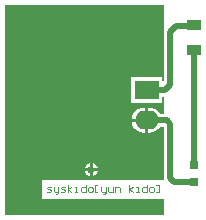
<source format=gbl>
G04*
G04 #@! TF.GenerationSoftware,Altium Limited,Altium Designer,24.2.2 (26)*
G04*
G04 Layer_Physical_Order=2*
G04 Layer_Color=16711680*
%FSLAX44Y44*%
%MOMM*%
G71*
G04*
G04 #@! TF.SameCoordinates,40936419-4C82-434F-9087-BBFFA31A611E*
G04*
G04*
G04 #@! TF.FilePolarity,Positive*
G04*
G01*
G75*
%ADD15R,0.7000X0.7000*%
%ADD16R,1.2000X0.9000*%
%ADD22C,0.5000*%
%ADD23R,2.0000X1.6000*%
%ADD24O,2.0000X1.6000*%
%ADD25C,0.6000*%
%ADD26C,0.1000*%
G36*
X135000Y157417D02*
X134819Y157146D01*
X134392Y155000D01*
Y113525D01*
X134270Y113443D01*
X133000Y114122D01*
Y116400D01*
X107000D01*
Y94400D01*
X133000D01*
Y99792D01*
X135000D01*
Y85608D01*
X130982D01*
X129517Y87517D01*
X127316Y89207D01*
X124752Y90269D01*
X122000Y90631D01*
X121270D01*
Y80000D01*
Y69369D01*
X122000D01*
X124752Y69731D01*
X127316Y70793D01*
X129517Y72483D01*
X130982Y74392D01*
X134392D01*
Y30929D01*
X134479Y30492D01*
X133673Y29510D01*
X31290D01*
Y13510D01*
X135000D01*
Y0D01*
X0D01*
Y177800D01*
X135000D01*
Y157417D01*
D02*
G37*
%LPC*%
G36*
X118730Y90631D02*
X118000D01*
X115248Y90269D01*
X112684Y89207D01*
X110483Y87517D01*
X108793Y85316D01*
X107731Y82751D01*
X107536Y81270D01*
X118730D01*
Y90631D01*
D02*
G37*
G36*
Y78730D02*
X107536D01*
X107731Y77249D01*
X108793Y74685D01*
X110483Y72483D01*
X112684Y70793D01*
X115248Y69731D01*
X118000Y69369D01*
X118730D01*
Y78730D01*
D02*
G37*
G36*
X74270Y43470D02*
Y39270D01*
X78470D01*
X77697Y41138D01*
X76138Y42697D01*
X74270Y43470D01*
D02*
G37*
G36*
X71730D02*
X69862Y42697D01*
X68303Y41138D01*
X67530Y39270D01*
X71730D01*
Y43470D01*
D02*
G37*
G36*
X78470Y36730D02*
X74270D01*
Y32530D01*
X76138Y33303D01*
X77697Y34862D01*
X78470Y36730D01*
D02*
G37*
G36*
X71730D02*
X67530D01*
X68303Y34862D01*
X69862Y33303D01*
X71730Y32530D01*
Y36730D01*
D02*
G37*
%LPD*%
D15*
X160000Y42000D02*
D03*
Y28000D02*
D03*
D16*
Y139500D02*
D03*
Y160500D02*
D03*
D22*
Y42000D02*
Y139500D01*
X159500Y160000D02*
X160000Y160500D01*
X145000Y160000D02*
X159500D01*
X140000Y155000D02*
X145000Y160000D01*
X140000Y30929D02*
Y77071D01*
Y30929D02*
X142929Y28000D01*
X160000D01*
X120000Y80000D02*
X137071D01*
X140000Y77071D01*
X120000Y105400D02*
X135400D01*
X140000Y110000D02*
Y155000D01*
X135400Y105400D02*
X140000Y110000D01*
D23*
X120000Y105400D02*
D03*
D24*
Y80000D02*
D03*
D25*
X73000Y38000D02*
D03*
D26*
X35290Y19509D02*
X38289D01*
X39289Y20509D01*
X38289Y21509D01*
X36290D01*
X35290Y22508D01*
X36290Y23508D01*
X39289D01*
X41288D02*
Y20509D01*
X42288Y19509D01*
X45287D01*
Y18510D01*
X44287Y17510D01*
X43287D01*
X45287Y19509D02*
Y23508D01*
X47286Y19509D02*
X50285D01*
X51285Y20509D01*
X50285Y21509D01*
X48286D01*
X47286Y22508D01*
X48286Y23508D01*
X51285D01*
X53284Y19509D02*
Y25507D01*
Y21509D02*
X56283Y23508D01*
X53284Y21509D02*
X56283Y19509D01*
X59282D02*
X61282D01*
X60282D01*
Y23508D01*
X59282D01*
X68279Y25507D02*
Y19509D01*
X65280D01*
X64281Y20509D01*
Y22508D01*
X65280Y23508D01*
X68279D01*
X71278Y19509D02*
X73278D01*
X74277Y20509D01*
Y22508D01*
X73278Y23508D01*
X71278D01*
X70279Y22508D01*
Y20509D01*
X71278Y19509D01*
X78276D02*
X76277D01*
Y25507D01*
X78276D01*
X81275Y23508D02*
Y20509D01*
X82275Y19509D01*
X85274D01*
Y18510D01*
X84274Y17510D01*
X83274D01*
X85274Y19509D02*
Y23508D01*
X87273D02*
Y20509D01*
X88273Y19509D01*
X91272D01*
Y23508D01*
X93271Y19509D02*
Y23508D01*
X96270D01*
X97270Y22508D01*
Y19509D01*
X105267D02*
Y25507D01*
Y21509D02*
X108266Y23508D01*
X105267Y21509D02*
X108266Y19509D01*
X111265D02*
X113265D01*
X112265D01*
Y23508D01*
X111265D01*
X120262Y25507D02*
Y19509D01*
X117263D01*
X116264Y20509D01*
Y22508D01*
X117263Y23508D01*
X120262D01*
X123261Y19509D02*
X125261D01*
X126260Y20509D01*
Y22508D01*
X125261Y23508D01*
X123261D01*
X122262Y22508D01*
Y20509D01*
X123261Y19509D01*
X128260D02*
X130259D01*
Y25507D01*
X128260D01*
M02*

</source>
